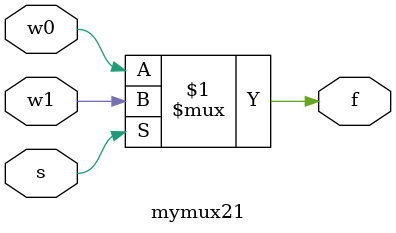
<source format=v>
module mymux21 (s, w0, w1, f);
input s;
input w0, w1;
output f;

assign f= 
	s? w1:
		w0;

endmodule

</source>
